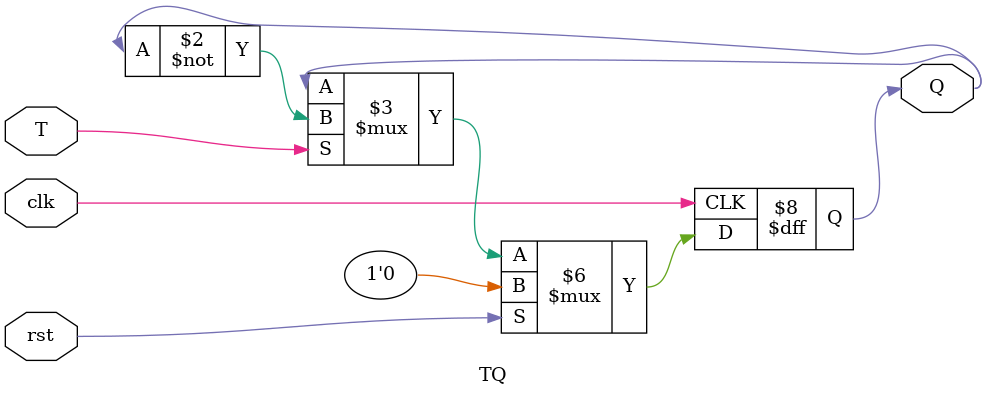
<source format=v>
`timescale 1ns / 1ps
module TQ
(
	input clk,
	input rst,
	input T,
	output reg Q
);

always @(posedge clk) begin
	if (rst)	Q <= 0;
	else if (T)	Q <= ~Q;
end

endmodule

</source>
